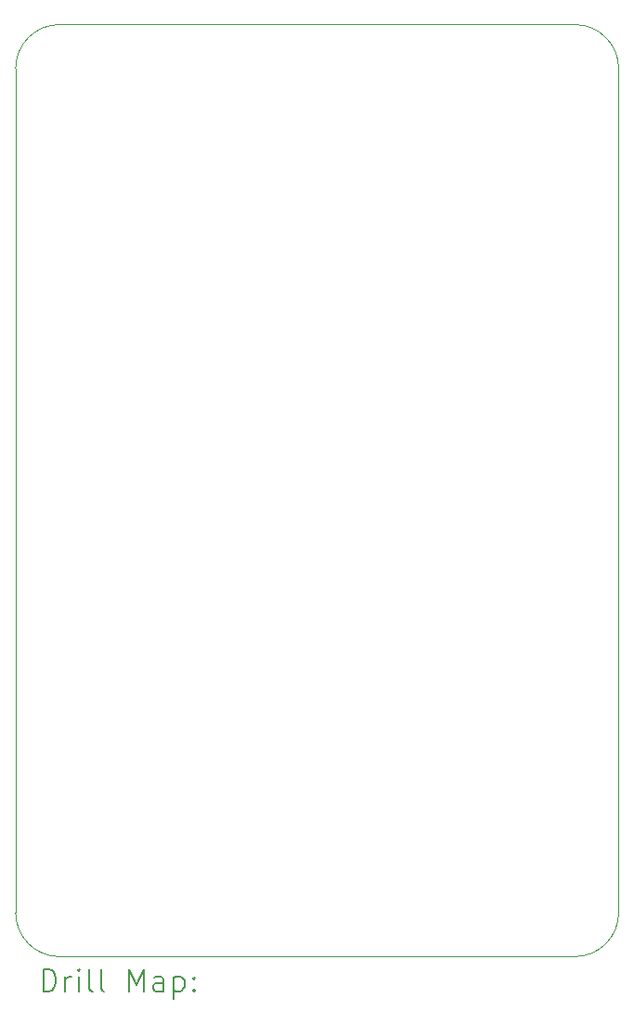
<source format=gbr>
%FSLAX45Y45*%
G04 Gerber Fmt 4.5, Leading zero omitted, Abs format (unit mm)*
G04 Created by KiCad (PCBNEW (6.0.5)) date 2024-12-30 17:38:07*
%MOMM*%
%LPD*%
G01*
G04 APERTURE LIST*
%TA.AperFunction,Profile*%
%ADD10C,0.100000*%
%TD*%
%ADD11C,0.200000*%
G04 APERTURE END LIST*
D10*
X17200000Y-14800000D02*
G75*
G03*
X17600000Y-14400000I0J400000D01*
G01*
X17200000Y-6300000D02*
X12500000Y-6300000D01*
X17600000Y-14400000D02*
X17600000Y-6700000D01*
X12100000Y-14400000D02*
G75*
G03*
X12500000Y-14800000I400000J0D01*
G01*
X12500000Y-6300000D02*
G75*
G03*
X12100000Y-6700000I0J-400000D01*
G01*
X12500000Y-14800000D02*
X17200000Y-14800000D01*
X17600000Y-6700000D02*
G75*
G03*
X17200000Y-6300000I-400000J0D01*
G01*
X12100000Y-6700000D02*
X12100000Y-14400000D01*
D11*
X12352619Y-15115476D02*
X12352619Y-14915476D01*
X12400238Y-14915476D01*
X12428809Y-14925000D01*
X12447857Y-14944048D01*
X12457381Y-14963095D01*
X12466905Y-15001190D01*
X12466905Y-15029762D01*
X12457381Y-15067857D01*
X12447857Y-15086905D01*
X12428809Y-15105952D01*
X12400238Y-15115476D01*
X12352619Y-15115476D01*
X12552619Y-15115476D02*
X12552619Y-14982143D01*
X12552619Y-15020238D02*
X12562143Y-15001190D01*
X12571667Y-14991667D01*
X12590714Y-14982143D01*
X12609762Y-14982143D01*
X12676428Y-15115476D02*
X12676428Y-14982143D01*
X12676428Y-14915476D02*
X12666905Y-14925000D01*
X12676428Y-14934524D01*
X12685952Y-14925000D01*
X12676428Y-14915476D01*
X12676428Y-14934524D01*
X12800238Y-15115476D02*
X12781190Y-15105952D01*
X12771667Y-15086905D01*
X12771667Y-14915476D01*
X12905000Y-15115476D02*
X12885952Y-15105952D01*
X12876428Y-15086905D01*
X12876428Y-14915476D01*
X13133571Y-15115476D02*
X13133571Y-14915476D01*
X13200238Y-15058333D01*
X13266905Y-14915476D01*
X13266905Y-15115476D01*
X13447857Y-15115476D02*
X13447857Y-15010714D01*
X13438333Y-14991667D01*
X13419286Y-14982143D01*
X13381190Y-14982143D01*
X13362143Y-14991667D01*
X13447857Y-15105952D02*
X13428809Y-15115476D01*
X13381190Y-15115476D01*
X13362143Y-15105952D01*
X13352619Y-15086905D01*
X13352619Y-15067857D01*
X13362143Y-15048809D01*
X13381190Y-15039286D01*
X13428809Y-15039286D01*
X13447857Y-15029762D01*
X13543095Y-14982143D02*
X13543095Y-15182143D01*
X13543095Y-14991667D02*
X13562143Y-14982143D01*
X13600238Y-14982143D01*
X13619286Y-14991667D01*
X13628809Y-15001190D01*
X13638333Y-15020238D01*
X13638333Y-15077381D01*
X13628809Y-15096428D01*
X13619286Y-15105952D01*
X13600238Y-15115476D01*
X13562143Y-15115476D01*
X13543095Y-15105952D01*
X13724048Y-15096428D02*
X13733571Y-15105952D01*
X13724048Y-15115476D01*
X13714524Y-15105952D01*
X13724048Y-15096428D01*
X13724048Y-15115476D01*
X13724048Y-14991667D02*
X13733571Y-15001190D01*
X13724048Y-15010714D01*
X13714524Y-15001190D01*
X13724048Y-14991667D01*
X13724048Y-15010714D01*
M02*

</source>
